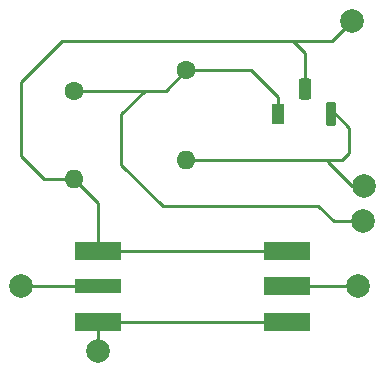
<source format=gbr>
%TF.GenerationSoftware,KiCad,Pcbnew,8.0.0*%
%TF.CreationDate,2024-06-28T18:43:35-05:00*%
%TF.ProjectId,ChessTile,43686573-7354-4696-9c65-2e6b69636164,rev?*%
%TF.SameCoordinates,Original*%
%TF.FileFunction,Copper,L1,Top*%
%TF.FilePolarity,Positive*%
%FSLAX46Y46*%
G04 Gerber Fmt 4.6, Leading zero omitted, Abs format (unit mm)*
G04 Created by KiCad (PCBNEW 8.0.0) date 2024-06-28 18:43:35*
%MOMM*%
%LPD*%
G01*
G04 APERTURE LIST*
G04 Aperture macros list*
%AMRoundRect*
0 Rectangle with rounded corners*
0 $1 Rounding radius*
0 $2 $3 $4 $5 $6 $7 $8 $9 X,Y pos of 4 corners*
0 Add a 4 corners polygon primitive as box body*
4,1,4,$2,$3,$4,$5,$6,$7,$8,$9,$2,$3,0*
0 Add four circle primitives for the rounded corners*
1,1,$1+$1,$2,$3*
1,1,$1+$1,$4,$5*
1,1,$1+$1,$6,$7*
1,1,$1+$1,$8,$9*
0 Add four rect primitives between the rounded corners*
20,1,$1+$1,$2,$3,$4,$5,0*
20,1,$1+$1,$4,$5,$6,$7,0*
20,1,$1+$1,$6,$7,$8,$9,0*
20,1,$1+$1,$8,$9,$2,$3,0*%
G04 Aperture macros list end*
%TA.AperFunction,ComponentPad*%
%ADD10C,1.600000*%
%TD*%
%TA.AperFunction,ComponentPad*%
%ADD11O,1.600000X1.600000*%
%TD*%
%TA.AperFunction,SMDPad,CuDef*%
%ADD12R,4.000000X1.500000*%
%TD*%
%TA.AperFunction,SMDPad,CuDef*%
%ADD13R,4.000000X1.300000*%
%TD*%
%TA.AperFunction,ComponentPad*%
%ADD14R,1.000000X1.800000*%
%TD*%
%TA.AperFunction,ComponentPad*%
%ADD15RoundRect,0.275000X-0.275000X-0.625000X0.275000X-0.625000X0.275000X0.625000X-0.275000X0.625000X0*%
%TD*%
%TA.AperFunction,ComponentPad*%
%ADD16RoundRect,0.225000X-0.225000X-0.775000X0.225000X-0.775000X0.225000X0.775000X-0.225000X0.775000X0*%
%TD*%
%TA.AperFunction,ViaPad*%
%ADD17C,2.000000*%
%TD*%
%TA.AperFunction,Conductor*%
%ADD18C,0.254000*%
%TD*%
G04 APERTURE END LIST*
D10*
%TO.P,R1,1*%
%TO.N,+3.3V*%
X115487500Y-106210000D03*
D11*
%TO.P,R1,2*%
%TO.N,Net-(U1-OUT)*%
X115487500Y-113830000D03*
%TD*%
D10*
%TO.P,C1,1*%
%TO.N,+3.3V*%
X105987500Y-107960000D03*
D11*
%TO.P,C1,2*%
%TO.N,GND*%
X105987500Y-115460000D03*
%TD*%
D12*
%TO.P,LEDStrip1,1,GND*%
%TO.N,GND*%
X107987500Y-121520000D03*
D13*
%TO.P,LEDStrip1,2,Din*%
%TO.N,unconnected-(LEDStrip1-Din-Pad2)*%
X107987500Y-124520000D03*
D12*
%TO.P,LEDStrip1,3,5V*%
%TO.N,+5V*%
X107987500Y-127520000D03*
%TO.P,LEDStrip1,4,GND*%
%TO.N,GND*%
X123987500Y-121520000D03*
%TO.P,LEDStrip1,5,Dout*%
%TO.N,unconnected-(LEDStrip1-Dout-Pad5)*%
X123987500Y-124520000D03*
%TO.P,LEDStrip1,6,5V*%
%TO.N,+5V*%
X123987500Y-127520000D03*
%TD*%
D14*
%TO.P,U1,1,VCC*%
%TO.N,+3.3V*%
X123237500Y-109920000D03*
D15*
%TO.P,U1,2,GND*%
%TO.N,GND*%
X125507500Y-107850000D03*
D16*
%TO.P,U1,3,OUT*%
%TO.N,Net-(U1-OUT)*%
X127737500Y-109920000D03*
%TD*%
D17*
%TO.N,Net-(U1-OUT)*%
X130500000Y-116000000D03*
%TO.N,GND*%
X129487500Y-102020000D03*
%TO.N,+3.3V*%
X130487500Y-119020000D03*
%TO.N,unconnected-(LEDStrip1-Dout-Pad5)*%
X129987500Y-124520000D03*
%TO.N,+5V*%
X107987500Y-130020000D03*
%TO.N,unconnected-(LEDStrip1-Din-Pad2)*%
X101487500Y-124520000D03*
%TD*%
D18*
%TO.N,Net-(U1-OUT)*%
X127500000Y-114000000D02*
X129500000Y-116000000D01*
X129500000Y-116000000D02*
X130500000Y-116000000D01*
X127500000Y-113830000D02*
X128677500Y-113830000D01*
X115487500Y-113830000D02*
X127500000Y-113830000D01*
X127500000Y-113830000D02*
X127500000Y-114000000D01*
%TO.N,GND*%
X125507500Y-108230000D02*
X125507500Y-104730000D01*
X107987500Y-121520000D02*
X122987500Y-121520000D01*
X105987500Y-115460000D02*
X107987500Y-117460000D01*
X101487500Y-113520000D02*
X103427500Y-115460000D01*
X129487500Y-102020000D02*
X127797500Y-103710000D01*
X125487500Y-103710000D02*
X104987500Y-103710000D01*
X103427500Y-115460000D02*
X105987500Y-115460000D01*
X125507500Y-104730000D02*
X124487500Y-103710000D01*
X101487500Y-107210000D02*
X101487500Y-113520000D01*
X107987500Y-117460000D02*
X107987500Y-121520000D01*
X127797500Y-103710000D02*
X125487500Y-103710000D01*
X104987500Y-103710000D02*
X101487500Y-107210000D01*
%TO.N,+3.3V*%
X105987500Y-107960000D02*
X109987500Y-107960000D01*
X130487500Y-119020000D02*
X127987500Y-119020000D01*
X120947500Y-106210000D02*
X115487500Y-106210000D01*
X123237500Y-108500000D02*
X120947500Y-106210000D01*
X113487500Y-117710000D02*
X109987500Y-114210000D01*
X109987500Y-109960000D02*
X111987500Y-107960000D01*
X123237500Y-109520000D02*
X123237500Y-108500000D01*
X109987500Y-107960000D02*
X111487500Y-107960000D01*
X111487500Y-107960000D02*
X113737500Y-107960000D01*
X127987500Y-119020000D02*
X126677500Y-117710000D01*
X109987500Y-114210000D02*
X109987500Y-109960000D01*
X113737500Y-107960000D02*
X115487500Y-106210000D01*
X111987500Y-107960000D02*
X113487500Y-107960000D01*
X126677500Y-117710000D02*
X113487500Y-117710000D01*
%TO.N,unconnected-(LEDStrip1-Dout-Pad5)*%
X123987500Y-124520000D02*
X129987500Y-124520000D01*
%TO.N,+5V*%
X107987500Y-130020000D02*
X107987500Y-127520000D01*
X107987500Y-127520000D02*
X122987500Y-127520000D01*
%TO.N,unconnected-(LEDStrip1-Din-Pad2)*%
X107987500Y-124520000D02*
X101487500Y-124520000D01*
%TO.N,Net-(U1-OUT)*%
X128677500Y-113830000D02*
X129297500Y-113210000D01*
X129297500Y-113210000D02*
X129297500Y-111080000D01*
X129297500Y-111080000D02*
X127717500Y-109500000D01*
%TD*%
M02*

</source>
